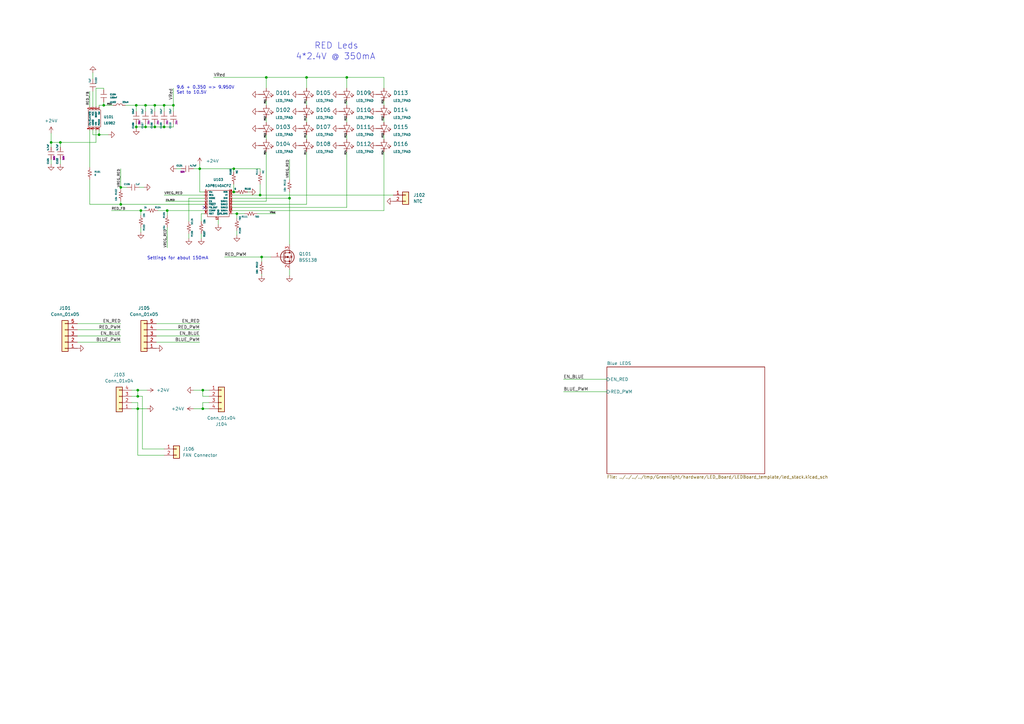
<source format=kicad_sch>
(kicad_sch (version 20230121) (generator eeschema)
  (paper "A3")
  (lib_symbols
    (symbol "ADP8140:ADP8140ACPZ"
      (property "Reference" "U" (at 0 6.985 0))
      (property "Value" "ADP8140ACPZ" (at 0 6.985 0))
      (symbol "ADP8140ACPZ_0_1"
        (rectangle (start -4.445 5.08) (end 4.445 -5.715) (stroke (width 0.1524)))
      )
      (symbol "ADP8140ACPZ_1_1"
        (pin power_in line (at -5.715 4.445 0) (length 1.27) (name "Vin") (number "1"))
        (pin power_out line (at 5.715 -3.175 180) (length 1.27) (name "SINK4") (number "10"))
        (pin power_out line (at 5.715 -1.905 180) (length 1.27) (name "SINK3") (number "11"))
        (pin power_out line (at 5.715 -0.635 180) (length 1.27) (name "SINK2") (number "12"))
        (pin power_out line (at 5.715 0.635 180) (length 1.27) (name "SINK1") (number "13"))
        (pin input line (at 5.715 1.905 180) (length 1.27) (name "DIM") (number "14"))
        (pin input line (at 5.715 3.175 180) (length 1.27) (name "VT") (number "15"))
        (pin input line (at 5.715 4.445 180) (length 1.27) (name "MIN") (number "16"))
        (pin power_in line (at 0 -6.985 90) (length 1.27) (name "EPAD") (number "17"))
        (pin power_out line (at -5.715 3.175 0) (length 1.27) (name "REG") (number "2"))
        (pin input line (at -5.715 1.905 0) (length 1.27) (name "MODE") (number "3"))
        (pin input line (at -5.715 0.635 0) (length 1.27) (name "EN") (number "4"))
        (pin output line (at -5.715 -0.635 0) (length 1.27) (name "~{FAULT}") (number "5"))
        (pin output line (at -5.715 -1.905 0) (length 1.27) (name "FB_OUT") (number "6"))
        (pin output line (at -5.715 -3.175 0) (length 1.27) (name "COMP") (number "7"))
        (pin input line (at -5.715 -4.445 0) (length 1.27) (name "ISET") (number "8"))
        (pin input line (at 5.715 -4.445 180) (length 1.27) (name "VO_SNS") (number "9"))
      )
    )
    (symbol "Connector_Generic:Conn_01x02" (pin_names (offset 1.016) hide)
      (property "Reference" "J" (at 0 2.54 0))
      (property "Value" "Conn_01x02" (at 0 -5.08 0))
      (symbol "Conn_01x02_1_1"
        (rectangle (start -1.27 -2.413) (end 0 -2.667) (stroke (width 0.1524)))
        (rectangle (start -1.27 0.127) (end 0 -0.127) (stroke (width 0.1524)))
        (rectangle (start -1.27 1.27) (end 1.27 -3.81) (stroke (width 0.254)) (fill (type background)))
        (pin passive line (at -5.08 0 0) (length 3.81) (name "Pin_1") (number "1"))
        (pin passive line (at -5.08 -2.54 0) (length 3.81) (name "Pin_2") (number "2"))
      )
    )
    (symbol "Connector_Generic:Conn_01x04" (pin_names (offset 1.016) hide)
      (property "Reference" "J" (at 0 5.08 0))
      (property "Value" "Conn_01x04" (at 0 -7.62 0))
      (symbol "Conn_01x04_1_1"
        (rectangle (start -1.27 -4.953) (end 0 -5.207) (stroke (width 0.1524)))
        (rectangle (start -1.27 -2.413) (end 0 -2.667) (stroke (width 0.1524)))
        (rectangle (start -1.27 0.127) (end 0 -0.127) (stroke (width 0.1524)))
        (rectangle (start -1.27 2.667) (end 0 2.413) (stroke (width 0.1524)))
        (rectangle (start -1.27 3.81) (end 1.27 -6.35) (stroke (width 0.254)) (fill (type background)))
        (pin passive line (at -5.08 2.54 0) (length 3.81) (name "Pin_1") (number "1"))
        (pin passive line (at -5.08 0 0) (length 3.81) (name "Pin_2") (number "2"))
        (pin passive line (at -5.08 -2.54 0) (length 3.81) (name "Pin_3") (number "3"))
        (pin passive line (at -5.08 -5.08 0) (length 3.81) (name "Pin_4") (number "4"))
      )
    )
    (symbol "Connector_Generic:Conn_01x05" (pin_names (offset 1.016) hide)
      (property "Reference" "J" (at 0 7.62 0))
      (property "Value" "Conn_01x05" (at 0 -7.62 0))
      (symbol "Conn_01x05_1_1"
        (rectangle (start -1.27 -4.953) (end 0 -5.207) (stroke (width 0.1524)))
        (rectangle (start -1.27 -2.413) (end 0 -2.667) (stroke (width 0.1524)))
        (rectangle (start -1.27 0.127) (end 0 -0.127) (stroke (width 0.1524)))
        (rectangle (start -1.27 2.667) (end 0 2.413) (stroke (width 0.1524)))
        (rectangle (start -1.27 5.207) (end 0 4.953) (stroke (width 0.1524)))
        (rectangle (start -1.27 6.35) (end 1.27 -6.35) (stroke (width 0.254)) (fill (type background)))
        (pin passive line (at -5.08 5.08 0) (length 3.81) (name "Pin_1") (number "1"))
        (pin passive line (at -5.08 2.54 0) (length 3.81) (name "Pin_2") (number "2"))
        (pin passive line (at -5.08 0 0) (length 3.81) (name "Pin_3") (number "3"))
        (pin passive line (at -5.08 -2.54 0) (length 3.81) (name "Pin_4") (number "4"))
        (pin passive line (at -5.08 -5.08 0) (length 3.81) (name "Pin_5") (number "5"))
      )
    )
    (symbol "L6982NDR:L6982"
      (property "Reference" "U" (at 0 4.445 0))
      (property "Value" "L6982" (at 0 4.445 0))
      (symbol "L6982_0_1"
        (rectangle (start -3.81 2.54) (end 3.175 -2.54) (stroke (width 0.1524)))
      )
      (symbol "L6982_1_1"
        (pin output line (at -5.08 1.905 0) (length 1.27) (name "SW") (number "1"))
        (pin input line (at -5.08 0.635 0) (length 1.27) (name "BOOT") (number "2"))
        (pin power_out line (at -5.08 -0.635 0) (length 1.27) (name "VCC") (number "3"))
        (pin input line (at -5.08 -1.905 0) (length 1.27) (name "FB") (number "4"))
        (pin input line (at 4.445 -1.905 180) (length 1.27) (name "EN/CLKIN") (number "5"))
        (pin power_in line (at 4.445 -0.635 180) (length 1.27) (name "AGND") (number "6"))
        (pin power_in line (at 4.445 0.635 180) (length 1.27) (name "VIN") (number "7"))
        (pin power_in line (at 4.445 1.905 180) (length 1.27) (name "PGND") (number "8"))
      )
    )
    (symbol "NMOS:BSS138" (pin_names (offset 0) hide)
      (property "Reference" "Q" (at 5.08 1.905 0))
      (property "Value" "BSS138" (at 5.08 0 0))
      (symbol "BSS138_0_1"
        (polyline (pts (xy 0.762 -1.778) (xy 2.54 -1.778)))
        (polyline (pts (xy 0.762 -1.27) (xy 0.762 -2.286)) (stroke (width 0.254)))
        (polyline (pts (xy 0.762 0) (xy 2.54 0)))
        (polyline (pts (xy 0.762 0.508) (xy 0.762 -0.508)) (stroke (width 0.254)))
        (polyline (pts (xy 0.762 1.778) (xy 2.54 1.778)))
        (polyline (pts (xy 0.762 2.286) (xy 0.762 1.27)) (stroke (width 0.254)))
        (polyline (pts (xy 2.54 -1.778) (xy 2.54 -2.54)))
        (polyline (pts (xy 2.54 -1.778) (xy 2.54 0)))
        (polyline (pts (xy 2.54 2.54) (xy 2.54 1.778)))
        (polyline (pts (xy 0.254 1.905) (xy 0.254 -1.905) (xy 0.254 -1.905)) (stroke (width 0.254)))
        (polyline (pts (xy 1.016 0) (xy 2.032 0.381) (xy 2.032 -0.381) (xy 1.016 0)) (fill (type outline)))
        (polyline (pts (xy 2.54 -1.778) (xy 3.302 -1.778) (xy 3.302 1.778) (xy 2.54 1.778)))
        (polyline (pts (xy 2.794 0.508) (xy 2.921 0.381) (xy 3.683 0.381) (xy 3.81 0.254)))
        (polyline (pts (xy 3.302 0.381) (xy 2.921 -0.254) (xy 3.683 -0.254) (xy 3.302 0.381)))
        (circle (center 1.651 0) (radius 2.8194) (stroke (width 0.254)))
        (circle (center 2.54 -1.778) (radius 0.2794) (fill (type outline)))
        (circle (center 2.54 1.778) (radius 0.2794) (fill (type outline)))
      )
      (symbol "BSS138_1_1"
        (pin input line (at -5.08 0 0) (length 5.334) (name "G") (number "1"))
        (pin passive line (at 2.54 -5.08 90) (length 2.54) (name "S") (number "2"))
        (pin passive line (at 2.54 5.08 270) (length 2.54) (name "D") (number "3"))
      )
    )
    (symbol "passives:CAP_0603" (pin_numbers hide) (pin_names (offset 0) hide)
      (property "Reference" "C" (at 0 -2.54 0))
      (property "Value" "CAP_0603" (at 0 1.905 0))
      (symbol "CAP_0603_0_1"
        (polyline (pts (xy -1.27 0) (xy -0.635 0)))
        (polyline (pts (xy -0.635 -1.27) (xy -0.635 1.27)))
        (polyline (pts (xy 0.635 -1.27) (xy 0.635 -0.635)))
        (polyline (pts (xy 0.635 0.635) (xy 0.635 -0.635)))
        (polyline (pts (xy 0.635 1.27) (xy 0.635 0.635)))
        (polyline (pts (xy 1.27 0) (xy 0.635 0)))
      )
      (symbol "CAP_0603_1_1"
        (pin passive line (at -2.54 0 0) (length 1.27) (name "~") (number "1"))
        (pin passive line (at 2.54 0 180) (length 1.27) (name "~") (number "2"))
      )
    )
    (symbol "passives:CAP_0805" (pin_numbers hide) (pin_names (offset 0) hide)
      (property "Reference" "C" (at 0 -2.54 0))
      (property "Value" "CAP_0805" (at 0 1.905 0))
      (symbol "CAP_0805_0_1"
        (polyline (pts (xy -1.27 0) (xy -0.635 0)))
        (polyline (pts (xy -0.635 -1.27) (xy -0.635 1.27)))
        (polyline (pts (xy 0.635 -1.27) (xy 0.635 -0.635)))
        (polyline (pts (xy 0.635 0.635) (xy 0.635 -0.635)))
        (polyline (pts (xy 0.635 1.27) (xy 0.635 0.635)))
        (polyline (pts (xy 1.27 0) (xy 0.635 0)))
      )
      (symbol "CAP_0805_1_1"
        (pin passive line (at -2.54 0 0) (length 1.27) (name "~") (number "1"))
        (pin passive line (at 2.54 0 180) (length 1.27) (name "~") (number "2"))
      )
    )
    (symbol "passives:CAP_1206" (pin_numbers hide) (pin_names (offset 0) hide)
      (property "Reference" "C" (at 0 -2.54 0))
      (property "Value" "CAP_1206" (at 0 1.905 0))
      (symbol "CAP_1206_0_1"
        (polyline (pts (xy -1.27 0) (xy -0.635 0)))
        (polyline (pts (xy -0.635 -1.27) (xy -0.635 1.27)))
        (polyline (pts (xy 0.635 -1.27) (xy 0.635 -0.635)))
        (polyline (pts (xy 0.635 0.635) (xy 0.635 -0.635)))
        (polyline (pts (xy 0.635 1.27) (xy 0.635 0.635)))
        (polyline (pts (xy 1.27 0) (xy 0.635 0)))
      )
      (symbol "CAP_1206_1_1"
        (pin passive line (at -2.54 0 0) (length 1.27) (name "~") (number "1"))
        (pin passive line (at 2.54 0 180) (length 1.27) (name "~") (number "2"))
      )
    )
    (symbol "passives:IND_SMALL" (pin_numbers hide) (pin_names (offset 0) hide)
      (property "Reference" "U" (at 0 0 0))
      (property "Value" "IND_SMALL" (at 0 0 0))
      (symbol "IND_SMALL_0_1"
        (arc (start 0 0) (mid -0.635 0.6323) (end -1.27 0))
        (arc (start 1.27 0) (mid 0.635 0.6323) (end 0 0))
      )
      (symbol "IND_SMALL_1_1"
        (pin passive line (at -2.54 0 0) (length 1.27) (name "~") (number "1"))
        (pin passive line (at 2.54 0 180) (length 1.27) (name "~") (number "2"))
      )
    )
    (symbol "passives:LED_TPAD" (pin_numbers hide) (pin_names (offset 0) hide)
      (property "Reference" "D" (at 8.255 0 0))
      (property "Value" "LED_TPAD" (at 0 4.445 0))
      (symbol "LED_TPAD_0_1"
        (polyline (pts (xy 0 1.27) (xy 1.016 2.286)))
        (polyline (pts (xy 0.508 2.794) (xy 0 2.794)))
        (polyline (pts (xy 1.016 2.286) (xy 0.508 2.286)))
        (polyline (pts (xy 1.016 2.286) (xy 1.016 1.778)))
        (polyline (pts (xy 1.27 0) (xy 1.27 -1.27)))
        (polyline (pts (xy 1.27 0) (xy 1.27 1.27)))
        (polyline (pts (xy -0.508 1.778) (xy 0.508 2.794) (xy 0.508 2.286)))
        (polyline (pts (xy -1.27 0) (xy -1.27 1.27) (xy 1.27 0) (xy -1.27 -1.27) (xy -1.27 0)))
      )
      (symbol "LED_TPAD_1_1"
        (pin input line (at -2.54 0 0) (length 1.27) (name "A") (number "A"))
        (pin input line (at 2.54 0 180) (length 1.27) (name "K") (number "K"))
        (pin passive line (at 0 -3.175 90) (length 2.54) (name "PAD") (number "N"))
      )
    )
    (symbol "passives:RES_0603" (pin_numbers hide) (pin_names (offset 0) hide)
      (property "Reference" "R" (at 0 -2.54 0))
      (property "Value" "RES_0603" (at 0 1.27 0))
      (symbol "RES_0603_0_1"
        (polyline (pts (xy -1.27 0) (xy -1.016 0.762) (xy -0.508 -0.762) (xy 0 0.762) (xy 0.508 -0.762) (xy 1.016 0.762) (xy 1.27 0)))
      )
      (symbol "RES_0603_1_1"
        (pin input line (at -2.54 0 0) (length 1.27) (name "1") (number "1"))
        (pin input line (at 2.54 0 180) (length 1.27) (name "2") (number "2"))
      )
    )
    (symbol "power:+24V" (power) (pin_names (offset 0))
      (property "Value" "+24V" (at 0 3.556 0))
      (symbol "+24V_0_1"
        (polyline (pts (xy -0.762 1.27) (xy 0 2.54)))
        (polyline (pts (xy 0 0) (xy 0 2.54)))
        (polyline (pts (xy 0 2.54) (xy 0.762 1.27)))
      )
      (symbol "+24V_1_1"
        (pin power_in line (at 0 0 90) (length 0) hide (name "+24V") (number "1"))
      )
    )
    (symbol "power:GND" (power) (pin_names (offset 0))
      (property "Value" "GND" (at 0 -3.81 0))
      (symbol "GND_0_1"
        (polyline (pts (xy 0 0) (xy 0 -1.27) (xy 1.27 -1.27) (xy 0 -2.54) (xy -1.27 -1.27) (xy 0 -1.27)))
      )
      (symbol "GND_1_1"
        (pin power_in line (at 0 0 270) (length 0) hide (name "GND") (number "1"))
      )
    )
  )
  (junction (at 107.315 105.41))
  (junction (at 109.22 31.75))
  (junction (at 68.58 86.36))
  (junction (at 142.24 31.75))
  (junction (at 49.53 76.835))
  (junction (at 106.68 80.01))
  (junction (at 97.155 87.63))
  (junction (at 40.64 55.245))
  (junction (at 55.88 52.07))
  (junction (at 83.185 160.02))
  (junction (at 24.765 58.42))
  (junction (at 59.69 43.18))
  (junction (at 20.955 58.42))
  (junction (at 71.12 43.18))
  (junction (at 56.515 160.02))
  (junction (at 67.31 43.18))
  (junction (at 95.885 78.74))
  (junction (at 67.31 52.07))
  (junction (at 55.88 43.18))
  (junction (at 125.73 31.75))
  (junction (at 59.69 52.07))
  (junction (at 56.515 167.64))
  (junction (at 95.885 69.215))
  (junction (at 56.515 162.56))
  (junction (at 63.5 52.07))
  (junction (at 83.185 167.64))
  (junction (at 81.915 69.215))
  (junction (at 42.545 43.18))
  (junction (at 57.785 86.36))
  (junction (at 63.5 43.18))
  (junction (at 118.745 81.28))
  (junction (at 49.53 83.82))
  (no_connect (at 83.82 85.09))
  (wire (pts (xy 71.12 50.8) (xy 71.12 52.07)))
  (wire (pts (xy 63.5 43.18) (xy 63.5 45.72)))
  (wire (pts (xy 56.515 160.02) (xy 56.515 162.56)))
  (wire (pts (xy 31.75 137.795) (xy 49.53 137.795)))
  (wire (pts (xy 49.53 76.835) (xy 49.53 77.47)))
  (wire (pts (xy 101.6 78.74) (xy 102.235 78.74)))
  (wire (pts (xy 71.12 43.18) (xy 67.31 43.18)))
  (wire (pts (xy 81.915 78.74) (xy 81.915 69.215)))
  (wire (pts (xy 125.73 48.26) (xy 125.73 50.165)))
  (wire (pts (xy 59.69 50.8) (xy 59.69 52.07)))
  (wire (pts (xy 68.58 86.36) (xy 68.58 88.265)))
  (wire (pts (xy 109.22 82.55) (xy 109.22 62.23)))
  (wire (pts (xy 67.31 52.07) (xy 71.12 52.07)))
  (wire (pts (xy 56.515 160.02) (xy 60.325 160.02)))
  (wire (pts (xy 56.515 165.1) (xy 56.515 167.64)))
  (wire (pts (xy 83.185 162.56) (xy 83.185 160.02)))
  (wire (pts (xy 248.92 155.575) (xy 231.14 155.575)))
  (wire (pts (xy 42.545 41.91) (xy 42.545 43.18)))
  (wire (pts (xy 55.88 43.18) (xy 55.88 45.72)))
  (wire (pts (xy 83.185 167.64) (xy 83.185 165.1)))
  (wire (pts (xy 142.24 31.75) (xy 125.73 31.75)))
  (wire (pts (xy 58.42 184.15) (xy 67.31 184.15)))
  (wire (pts (xy 95.25 80.01) (xy 106.68 80.01)))
  (wire (pts (xy 56.515 167.64) (xy 56.515 186.69)))
  (wire (pts (xy 157.48 86.36) (xy 157.48 62.23)))
  (wire (pts (xy 53.975 167.64) (xy 56.515 167.64)))
  (wire (pts (xy 85.725 167.64) (xy 83.185 167.64)))
  (wire (pts (xy 71.12 45.72) (xy 71.12 43.18)))
  (wire (pts (xy 49.53 69.215) (xy 49.53 76.835)))
  (wire (pts (xy 53.975 160.02) (xy 56.515 160.02)))
  (wire (pts (xy 157.48 48.26) (xy 157.48 50.165)))
  (wire (pts (xy 24.765 58.42) (xy 20.955 58.42)))
  (wire (pts (xy 57.785 86.36) (xy 57.785 88.265)))
  (wire (pts (xy 95.25 82.55) (xy 109.22 82.55)))
  (wire (pts (xy 38.1 53.34) (xy 38.1 55.245)))
  (wire (pts (xy 248.92 160.655) (xy 231.14 160.655)))
  (wire (pts (xy 97.155 87.63) (xy 97.155 89.535)))
  (wire (pts (xy 82.55 95.885) (xy 82.55 97.79)))
  (wire (pts (xy 64.135 137.795) (xy 81.915 137.795)))
  (wire (pts (xy 51.435 43.18) (xy 55.88 43.18)))
  (wire (pts (xy 49.53 82.55) (xy 49.53 83.82)))
  (wire (pts (xy 95.25 81.28) (xy 118.745 81.28)))
  (wire (pts (xy 83.82 78.74) (xy 81.915 78.74)))
  (wire (pts (xy 40.64 43.815) (xy 40.64 43.18)))
  (wire (pts (xy 97.155 87.63) (xy 100.33 87.63)))
  (wire (pts (xy 106.68 75.565) (xy 106.68 80.01)))
  (wire (pts (xy 57.785 93.345) (xy 57.785 95.25)))
  (wire (pts (xy 39.37 36.195) (xy 42.545 36.195)))
  (wire (pts (xy 142.24 31.75) (xy 142.24 36.195)))
  (wire (pts (xy 142.24 55.245) (xy 142.24 57.15)))
  (wire (pts (xy 58.42 162.56) (xy 58.42 184.15)))
  (wire (pts (xy 125.73 55.245) (xy 125.73 57.15)))
  (wire (pts (xy 74.295 69.215) (xy 72.39 69.215)))
  (wire (pts (xy 81.915 69.215) (xy 95.885 69.215)))
  (wire (pts (xy 40.64 43.18) (xy 42.545 43.18)))
  (wire (pts (xy 106.68 69.215) (xy 95.885 69.215)))
  (wire (pts (xy 68.58 86.36) (xy 83.82 86.36)))
  (wire (pts (xy 63.5 52.07) (xy 67.31 52.07)))
  (wire (pts (xy 107.315 105.41) (xy 107.315 107.315)))
  (wire (pts (xy 38.1 37.465) (xy 38.1 43.815)))
  (wire (pts (xy 125.73 41.275) (xy 125.73 43.18)))
  (wire (pts (xy 157.48 31.75) (xy 142.24 31.75)))
  (wire (pts (xy 125.73 31.75) (xy 125.73 36.195)))
  (wire (pts (xy 63.5 50.8) (xy 63.5 52.07)))
  (wire (pts (xy 95.885 69.215) (xy 95.885 70.485)))
  (wire (pts (xy 20.955 54.61) (xy 20.955 58.42)))
  (wire (pts (xy 63.5 43.18) (xy 59.69 43.18)))
  (wire (pts (xy 24.765 58.42) (xy 24.765 60.325)))
  (wire (pts (xy 67.31 50.8) (xy 67.31 52.07)))
  (wire (pts (xy 31.75 140.335) (xy 49.53 140.335)))
  (wire (pts (xy 40.64 55.245) (xy 44.45 55.245)))
  (wire (pts (xy 45.72 86.36) (xy 57.785 86.36)))
  (wire (pts (xy 107.315 112.395) (xy 107.315 113.03)))
  (wire (pts (xy 142.24 41.275) (xy 142.24 43.18)))
  (wire (pts (xy 56.515 186.69) (xy 67.31 186.69)))
  (wire (pts (xy 40.64 53.34) (xy 40.64 55.245)))
  (wire (pts (xy 95.25 86.36) (xy 157.48 86.36)))
  (wire (pts (xy 38.1 55.245) (xy 40.64 55.245)))
  (wire (pts (xy 53.975 162.56) (xy 56.515 162.56)))
  (wire (pts (xy 85.725 165.1) (xy 83.185 165.1)))
  (wire (pts (xy 67.31 43.18) (xy 67.31 45.72)))
  (wire (pts (xy 89.535 90.17) (xy 89.535 92.075)))
  (wire (pts (xy 68.58 93.345) (xy 68.58 101.6)))
  (wire (pts (xy 157.48 41.275) (xy 157.48 43.18)))
  (wire (pts (xy 118.745 78.74) (xy 118.745 81.28)))
  (wire (pts (xy 59.69 52.07) (xy 63.5 52.07)))
  (wire (pts (xy 20.955 65.405) (xy 20.955 67.31)))
  (wire (pts (xy 157.48 55.245) (xy 157.48 57.15)))
  (wire (pts (xy 59.69 43.18) (xy 55.88 43.18)))
  (wire (pts (xy 106.68 70.485) (xy 106.68 69.215)))
  (wire (pts (xy 142.24 85.09) (xy 142.24 62.23)))
  (wire (pts (xy 67.31 80.01) (xy 83.82 80.01)))
  (wire (pts (xy 118.745 65.405) (xy 118.745 73.66)))
  (wire (pts (xy 55.88 50.8) (xy 55.88 52.07)))
  (wire (pts (xy 85.725 162.56) (xy 83.185 162.56)))
  (wire (pts (xy 95.25 85.09) (xy 142.24 85.09)))
  (wire (pts (xy 125.73 83.82) (xy 125.73 62.23)))
  (wire (pts (xy 83.185 160.02) (xy 79.375 160.02)))
  (wire (pts (xy 55.88 52.07) (xy 59.69 52.07)))
  (wire (pts (xy 39.37 43.815) (xy 39.37 36.195)))
  (wire (pts (xy 109.22 41.275) (xy 109.22 43.18)))
  (wire (pts (xy 39.37 53.34) (xy 39.37 58.42)))
  (wire (pts (xy 64.135 135.255) (xy 81.915 135.255)))
  (wire (pts (xy 118.745 81.28) (xy 118.745 100.33)))
  (wire (pts (xy 42.545 36.195) (xy 42.545 36.83)))
  (wire (pts (xy 106.68 80.01) (xy 161.29 80.01)))
  (wire (pts (xy 36.83 53.34) (xy 36.83 68.58)))
  (wire (pts (xy 36.83 37.465) (xy 36.83 43.815)))
  (wire (pts (xy 79.375 69.215) (xy 81.915 69.215)))
  (wire (pts (xy 49.53 76.835) (xy 52.07 76.835)))
  (wire (pts (xy 59.69 86.36) (xy 57.785 86.36)))
  (wire (pts (xy 67.945 82.55) (xy 83.82 82.55)))
  (wire (pts (xy 77.47 95.885) (xy 77.47 97.79)))
  (wire (pts (xy 109.22 48.26) (xy 109.22 50.165)))
  (wire (pts (xy 95.885 75.565) (xy 95.885 78.74)))
  (wire (pts (xy 157.48 36.195) (xy 157.48 31.75)))
  (wire (pts (xy 109.22 31.75) (xy 109.22 36.195)))
  (wire (pts (xy 71.12 36.195) (xy 71.12 43.18)))
  (wire (pts (xy 87.63 31.75) (xy 109.22 31.75)))
  (wire (pts (xy 24.765 65.405) (xy 24.765 67.31)))
  (wire (pts (xy 125.73 31.75) (xy 109.22 31.75)))
  (wire (pts (xy 56.515 162.56) (xy 58.42 162.56)))
  (wire (pts (xy 95.25 83.82) (xy 125.73 83.82)))
  (wire (pts (xy 92.075 105.41) (xy 107.315 105.41)))
  (wire (pts (xy 55.88 52.07) (xy 55.88 52.705)))
  (wire (pts (xy 42.545 43.18) (xy 46.355 43.18)))
  (wire (pts (xy 53.975 165.1) (xy 56.515 165.1)))
  (wire (pts (xy 36.83 83.82) (xy 49.53 83.82)))
  (wire (pts (xy 83.185 167.64) (xy 79.375 167.64)))
  (wire (pts (xy 64.135 140.335) (xy 81.915 140.335)))
  (wire (pts (xy 83.82 81.28) (xy 77.47 81.28)))
  (wire (pts (xy 95.25 87.63) (xy 97.155 87.63)))
  (wire (pts (xy 85.725 160.02) (xy 83.185 160.02)))
  (wire (pts (xy 97.155 94.615) (xy 97.155 96.52)))
  (wire (pts (xy 38.1 29.845) (xy 38.1 32.385)))
  (wire (pts (xy 77.47 81.28) (xy 77.47 90.805)))
  (wire (pts (xy 49.53 83.82) (xy 83.82 83.82)))
  (wire (pts (xy 95.25 78.74) (xy 95.885 78.74)))
  (wire (pts (xy 59.69 43.18) (xy 59.69 45.72)))
  (wire (pts (xy 81.915 67.31) (xy 81.915 69.215)))
  (wire (pts (xy 64.77 86.36) (xy 68.58 86.36)))
  (wire (pts (xy 31.75 135.255) (xy 49.53 135.255)))
  (wire (pts (xy 142.24 48.26) (xy 142.24 50.165)))
  (wire (pts (xy 36.83 73.66) (xy 36.83 83.82)))
  (wire (pts (xy 56.515 167.64) (xy 60.325 167.64)))
  (wire (pts (xy 118.745 110.49) (xy 118.745 113.03)))
  (wire (pts (xy 64.135 132.715) (xy 81.915 132.715)))
  (wire (pts (xy 39.37 58.42) (xy 24.765 58.42)))
  (wire (pts (xy 95.885 78.74) (xy 96.52 78.74)))
  (wire (pts (xy 20.955 58.42) (xy 20.955 60.325)))
  (wire (pts (xy 57.15 76.835) (xy 59.055 76.835)))
  (wire (pts (xy 83.82 87.63) (xy 82.55 87.63)))
  (wire (pts (xy 31.75 132.715) (xy 49.53 132.715)))
  (wire (pts (xy 107.315 105.41) (xy 111.125 105.41)))
  (wire (pts (xy 105.41 87.63) (xy 113.03 87.63)))
  (wire (pts (xy 109.22 55.245) (xy 109.22 57.15)))
  (wire (pts (xy 82.55 87.63) (xy 82.55 90.805)))
  (wire (pts (xy 67.31 43.18) (xy 63.5 43.18)))
  (text "9.6 + 0.350 => 9.950V\nSet to 10.5V" (at 72.39 38.735 0) (effects (font (size 1.27 1.27)) (justify left bottom)))
  (text "Settings for about 150mA" (at 60.325 106.68 0) (effects (font (size 1.27 1.27)) (justify left bottom)))
  (text "4*2.4V @ 350mA" (at 121.285 24.765 0) (effects (font (size 2.54 2.54)) (justify left bottom)))
  (text "RED Leds" (at 128.905 20.32 0) (effects (font (size 2.54 2.54)) (justify left bottom)))
  (label "VRed" (at 113.03 87.63 180) (effects (font (size 0.635 0.635))))
  (label "VRed" (at 87.63 31.75 0))
  (label "R34" (at 157.48 63.5 90) (effects (font (size 0.635 0.635))))
  (label "R31" (at 157.48 42.545 90) (effects (font (size 0.635 0.635))))
  (label "BLUE_PWM" (at 81.915 140.335 180))
  (label "R11" (at 125.73 42.545 90) (effects (font (size 0.635 0.635))))
  (label "VRed" (at 71.12 36.195 270))
  (label "EN_BLUE" (at 49.53 137.795 180))
  (label "RSW" (at 43.815 43.18 0) (effects (font (size 0.635 0.635))))
  (label "EN_RED" (at 49.53 132.715 180))
  (label "VREG_RED" (at 68.58 101.6 90) (effects (font (size 1 1))))
  (label "RED_FB" (at 36.83 37.465 270) (effects (font (size 1 1))))
  (label "R33" (at 157.48 56.515 90) (effects (font (size 0.635 0.635))))
  (label "R03" (at 109.22 56.515 90) (effects (font (size 0.635 0.635))))
  (label "R13" (at 125.73 56.515 90) (effects (font (size 0.635 0.635))))
  (label "BLUE_PWM" (at 231.14 160.655 0))
  (label "R01" (at 109.22 42.545 90) (effects (font (size 0.635 0.635))))
  (label "R32" (at 157.48 49.53 90) (effects (font (size 0.635 0.635))))
  (label "R04" (at 109.22 63.5 90) (effects (font (size 0.635 0.635))))
  (label "EN_BLUE" (at 231.14 155.575 0))
  (label "RED_PWM" (at 81.915 135.255 180))
  (label "VREG_RED" (at 49.53 69.215 270) (effects (font (size 1 1))))
  (label "VREG_RED" (at 118.745 65.405 270) (effects (font (size 1 1))))
  (label "R02" (at 109.22 49.53 90) (effects (font (size 0.635 0.635))))
  (label "EN_BLUE" (at 81.915 137.795 180))
  (label "RED_PWM" (at 92.075 105.41 0))
  (label "EN_RED" (at 67.945 82.55 0) (effects (font (size 0.635 0.635))))
  (label "EN_RED" (at 81.915 132.715 180))
  (label "R23" (at 142.24 56.515 90) (effects (font (size 0.635 0.635))))
  (label "R12" (at 125.73 49.53 90) (effects (font (size 0.635 0.635))))
  (label "VREG_RED" (at 67.31 80.01 0) (effects (font (size 1 1))))
  (label "R14" (at 125.73 63.5 90) (effects (font (size 0.635 0.635))))
  (label "RED_FB" (at 45.72 86.36 0) (effects (font (size 1 1))))
  (label "R21" (at 142.24 42.545 90) (effects (font (size 0.635 0.635))))
  (label "BLUE_PWM" (at 49.53 140.335 180))
  (label "R24" (at 142.24 63.5 90) (effects (font (size 0.635 0.635))))
  (label "RED_PWM" (at 49.53 135.255 180))
  (label "R22" (at 142.24 49.53 90) (effects (font (size 0.635 0.635))))
  (symbol (lib_id "power:GND") (at 89.535 92.075 0) (unit 1)
    (property "Reference" "#PWR0119" (effects hide))
    (property "Value" "GND" (effects hide))
  )
  (symbol (lib_id "passives:CAP_1206") (at 59.69 48.26 270) (unit 1)
    (property "Reference" "C107" (at 58.42 50.165 0) (effects (font (size 0.635 0.635)) (justify left)))
    (property "Value" "10uF" (at 58.42 44.45 0) (effects (font (size 0.635 0.635)) (justify left)))
    (property "Footprint" "SM1206" (effects hide))
    (property "Volt" "25V" (at 60.96 50.165 0) (effects (font (size 0.635 0.635))))
    (property "Vendor" "MOUSER" (effects hide))
    (property "SKU" "810-C3216X7R1H106160" (effects hide))
  )
  (symbol (lib_id "power:GND") (at 60.325 167.64 90) (unit 1)
    (property "Reference" "#PWR0171" (effects hide))
    (property "Value" "GND" (effects hide))
  )
  (symbol (lib_id "power:GND") (at 139.065 59.69 270) (unit 1)
    (property "Reference" "#PWR0110" (effects hide))
    (property "Value" "GND" (effects hide))
  )
  (symbol (lib_id "ADP8140:ADP8140ACPZ") (at 89.535 83.185 0) (unit 1)
    (property "Reference" "U103" (at 89.535 73.66 0) (effects (font (size 1 1))))
    (property "Value" "ADP8140ACPZ" (at 89.535 76.2 0) (effects (font (size 1 1))))
    (property "Footprint" "QFN:ADP8140_LFCSP16_4x4_0.4mm" (effects hide))
  )
  (symbol (lib_id "power:GND") (at 72.39 69.215 270) (unit 1)
    (property "Reference" "#PWR0168" (effects hide))
    (property "Value" "GND" (effects hide))
  )
  (symbol (lib_id "passives:LED_TPAD") (at 109.22 45.72 270) (unit 1)
    (property "Reference" "D102" (at 113.03 45.085 90) (effects (font (size 1.524 1.524)) (justify left)))
    (property "Value" "LED_TPAD" (at 113.03 48.2599 90) (effects (font (size 0.9906 0.9906)) (justify left)))
    (property "Footprint" "Cree:XLamp_MLE" (effects hide))
  )
  (symbol (lib_id "power:GND") (at 154.305 38.735 270) (unit 1)
    (property "Reference" "#PWR0106" (effects hide))
    (property "Value" "GND" (effects hide))
  )
  (symbol (lib_id "passives:RES_0603") (at 107.315 109.855 90) (unit 1)
    (property "Reference" "R112" (at 105.41 107.315 0) (effects (font (size 0.635 0.635)) (justify right)))
    (property "Value" "10k" (at 105.41 110.49 0) (effects (font (size 0.635 0.635)) (justify right)))
    (property "Footprint" "SM0603" (effects hide))
  )
  (symbol (lib_id "passives:LED_TPAD") (at 109.22 38.735 270) (unit 1)
    (property "Reference" "D101" (at 113.03 38.1 90) (effects (font (size 1.524 1.524)) (justify left)))
    (property "Value" "LED_TPAD" (at 113.03 41.2749 90) (effects (font (size 0.9906 0.9906)) (justify left)))
    (property "Footprint" "Cree:XLamp_MLE" (effects hide))
  )
  (symbol (lib_id "power:GND") (at 102.235 78.74 90) (unit 1)
    (property "Reference" "#PWR0123" (effects hide))
    (property "Value" "GND" (effects hide))
  )
  (symbol (lib_id "passives:RES_0603") (at 36.83 71.12 90) (unit 1)
    (property "Reference" "R101" (at 38.735 70.485 90) (effects (font (size 0.635 0.635)) (justify right)))
    (property "Value" "0" (at 38.735 71.755 90) (effects (font (size 0.635 0.635)) (justify right)))
    (property "Footprint" "SM0603" (effects hide))
  )
  (symbol (lib_id "power:GND") (at 122.555 52.705 270) (unit 1)
    (property "Reference" "#PWR0109" (effects hide))
    (property "Value" "GND" (effects hide))
  )
  (symbol (lib_id "passives:LED_TPAD") (at 157.48 59.69 270) (unit 1)
    (property "Reference" "D116" (at 161.29 59.055 90) (effects (font (size 1.524 1.524)) (justify left)))
    (property "Value" "LED_TPAD" (at 161.29 62.2299 90) (effects (font (size 0.9906 0.9906)) (justify left)))
    (property "Footprint" "Cree:XLamp_MLE" (effects hide))
  )
  (symbol (lib_id "power:GND") (at 77.47 97.79 0) (unit 1)
    (property "Reference" "#PWR0129" (effects hide))
    (property "Value" "GND" (effects hide))
  )
  (symbol (lib_id "power:GND") (at 24.765 67.31 0) (unit 1)
    (property "Reference" "#PWR0124" (effects hide))
    (property "Value" "GND" (effects hide))
  )
  (symbol (lib_id "Connector_Generic:Conn_01x05") (at 59.055 137.795 180) (unit 1)
    (property "Reference" "J105" (at 59.055 126.365 0))
    (property "Value" "Conn_01x05" (at 59.055 128.905 0))
    (property "Footprint" "Connector_JST:JST_XH_B5B-XH-A_1x05_P2.50mm_Vertical" (effects hide))
  )
  (symbol (lib_id "passives:LED_TPAD") (at 157.48 45.72 270) (unit 1)
    (property "Reference" "D114" (at 161.29 45.085 90) (effects (font (size 1.524 1.524)) (justify left)))
    (property "Value" "LED_TPAD" (at 161.29 48.2599 90) (effects (font (size 0.9906 0.9906)) (justify left)))
    (property "Footprint" "Cree:XLamp_MLE" (effects hide))
  )
  (symbol (lib_id "passives:LED_TPAD") (at 142.24 52.705 270) (unit 1)
    (property "Reference" "D111" (at 146.05 52.07 90) (effects (font (size 1.524 1.524)) (justify left)))
    (property "Value" "LED_TPAD" (at 146.05 55.2449 90) (effects (font (size 0.9906 0.9906)) (justify left)))
    (property "Footprint" "Cree:XLamp_MLE" (effects hide))
  )
  (symbol (lib_id "passives:RES_0603") (at 57.785 90.805 270) (unit 1)
    (property "Reference" "R103" (at 59.055 93.345 0) (effects (font (size 0.635 0.635))))
    (property "Value" "10k" (at 59.055 88.265 0) (effects (font (size 0.635 0.635))))
    (property "Footprint" "SM0603" (effects hide))
  )
  (symbol (lib_id "Connector_Generic:Conn_01x02") (at 72.39 184.15 0) (unit 1)
    (property "Reference" "J106" (at 74.93 184.1499 0) (effects (justify left)))
    (property "Value" "FAN Connector" (at 74.93 186.6899 0) (effects (justify left)))
    (property "Footprint" "Connector_JST:JST_XH_B2B-XH-A_1x02_P2.50mm_Vertical" (effects hide))
  )
  (symbol (lib_id "passives:CAP_0805") (at 54.61 76.835 0) (unit 1)
    (property "Reference" "C105" (at 52.07 75.565 0) (effects (font (size 0.635 0.635))))
    (property "Value" "1uF" (at 56.515 75.565 0) (effects (font (size 0.635 0.635))))
    (property "Footprint" "SM0805" (effects hide))
  )
  (symbol (lib_id "passives:CAP_1206") (at 55.88 48.26 270) (unit 1)
    (property "Reference" "C106" (at 54.61 50.165 0) (effects (font (size 0.635 0.635)) (justify left)))
    (property "Value" "10uF" (at 54.61 44.45 0) (effects (font (size 0.635 0.635)) (justify left)))
    (property "Footprint" "SM1206" (effects hide))
    (property "Volt" "25V" (at 57.15 50.165 0) (effects (font (size 0.635 0.635))))
    (property "Vendor" "MOUSER" (effects hide))
    (property "SKU" "810-C3216X7R1H106160" (effects hide))
  )
  (symbol (lib_id "passives:LED_TPAD") (at 125.73 59.69 270) (unit 1)
    (property "Reference" "D108" (at 129.54 59.055 90) (effects (font (size 1.524 1.524)) (justify left)))
    (property "Value" "LED_TPAD" (at 129.54 62.2299 90) (effects (font (size 0.9906 0.9906)) (justify left)))
    (property "Footprint" "Cree:XLamp_MLE" (effects hide))
  )
  (symbol (lib_id "power:+24V") (at 20.955 54.61 0) (unit 1)
    (property "Reference" "#PWR0126" (effects hide))
    (property "Value" "+24V" (at 20.955 49.53 0))
  )
  (symbol (lib_id "power:GND") (at 44.45 55.245 90) (unit 1)
    (property "Reference" "#PWR0118" (effects hide))
    (property "Value" "GND" (effects hide))
  )
  (symbol (lib_id "passives:LED_TPAD") (at 109.22 52.705 270) (unit 1)
    (property "Reference" "D103" (at 113.03 52.07 90) (effects (font (size 1.524 1.524)) (justify left)))
    (property "Value" "LED_TPAD" (at 113.03 55.2449 90) (effects (font (size 0.9906 0.9906)) (justify left)))
    (property "Footprint" "Cree:XLamp_MLE" (effects hide))
  )
  (symbol (lib_id "passives:CAP_0603") (at 42.545 39.37 90) (unit 1)
    (property "Reference" "C104" (at 45.085 38.735 90) (effects (font (size 0.635 0.635)) (justify right)))
    (property "Value" "100nF" (at 45.085 40.005 90) (effects (font (size 0.635 0.635)) (justify right)))
    (property "Footprint" "SM0603" (effects hide))
  )
  (symbol (lib_id "passives:RES_0603") (at 62.23 86.36 0) (unit 1)
    (property "Reference" "R104" (at 64.77 85.09 0) (effects (font (size 0.635 0.635))))
    (property "Value" "3k" (at 59.69 85.09 0) (effects (font (size 0.635 0.635))))
    (property "Footprint" "SM0603" (effects hide))
  )
  (symbol (lib_id "power:+24V") (at 79.375 167.64 90) (unit 1)
    (property "Reference" "#PWR0173" (effects hide))
    (property "Value" "+24V" (at 75.565 167.6401 90) (effects (justify left)))
  )
  (symbol (lib_id "Connector_Generic:Conn_01x04") (at 90.805 162.56 0) (unit 1)
    (property "Reference" "J104" (at 90.805 173.99 0))
    (property "Value" "Conn_01x04" (at 90.805 171.45 0))
    (property "Footprint" "Connectors_Molex:MICROFIT_4POS_FEM_43650-0403" (effects hide))
  )
  (symbol (lib_id "passives:RES_0603") (at 118.745 76.2 90) (unit 1)
    (property "Reference" "R113" (at 116.84 73.66 0) (effects (font (size 0.635 0.635)) (justify right)))
    (property "Value" "10k" (at 116.84 76.835 0) (effects (font (size 0.635 0.635)) (justify right)))
    (property "Footprint" "SM0603" (effects hide))
  )
  (symbol (lib_id "power:GND") (at 154.305 45.72 270) (unit 1)
    (property "Reference" "#PWR0105" (effects hide))
    (property "Value" "GND" (effects hide))
  )
  (symbol (lib_id "Connector_Generic:Conn_01x05") (at 26.67 137.795 180) (unit 1)
    (property "Reference" "J101" (at 26.67 126.365 0))
    (property "Value" "Conn_01x05" (at 26.67 128.905 0))
    (property "Footprint" "Connector_JST:JST_XH_B5B-XH-A_1x05_P2.50mm_Vertical" (effects hide))
  )
  (symbol (lib_id "passives:IND_SMALL") (at 48.895 43.18 0) (unit 1)
    (property "Reference" "U102" (at 46.355 41.91 0) (effects (font (size 0.635 0.635))))
    (property "Value" "22uH" (at 51.435 41.91 0) (effects (font (size 0.635 0.635))))
    (property "Footprint" "Bourns:IND_SRP8540A_8.1x8.4x3.8mm" (effects hide))
    (property "Vendor" "MOUSER" (effects hide))
    (property "SKU" "652-SRP8540A-220M" (effects hide))
  )
  (symbol (lib_id "power:+24V") (at 81.915 67.31 0) (unit 1)
    (property "Reference" "#PWR0167" (effects hide))
    (property "Value" "+24V" (at 84.455 66.0399 0) (effects (justify left)))
  )
  (symbol (lib_id "passives:CAP_1206") (at 24.765 62.865 270) (unit 1)
    (property "Reference" "C102" (at 23.495 64.77 0) (effects (font (size 0.635 0.635)) (justify left)))
    (property "Value" "4.7uF" (at 23.495 59.055 0) (effects (font (size 0.635 0.635)) (justify left)))
    (property "Footprint" "SM1206" (effects hide))
    (property "Volt" "50V" (at 26.035 64.77 0) (effects (font (size 0.635 0.635))))
  )
  (symbol (lib_id "passives:LED_TPAD") (at 142.24 38.735 270) (unit 1)
    (property "Reference" "D109" (at 146.05 38.1 90) (effects (font (size 1.524 1.524)) (justify left)))
    (property "Value" "LED_TPAD" (at 146.05 41.2749 90) (effects (font (size 0.9906 0.9906)) (justify left)))
    (property "Footprint" "Cree:XLamp_MLE" (effects hide))
  )
  (symbol (lib_id "power:GND") (at 106.045 38.735 270) (unit 1)
    (property "Reference" "#PWR0115" (effects hide))
    (property "Value" "GND" (effects hide))
  )
  (symbol (lib_id "passives:CAP_1206") (at 67.31 48.26 270) (unit 1)
    (property "Reference" "C109" (at 66.04 50.165 0) (effects (font (size 0.635 0.635)) (justify left)))
    (property "Value" "10uF" (at 66.04 44.45 0) (effects (font (size 0.635 0.635)) (justify left)))
    (property "Footprint" "SM1206" (effects hide))
    (property "Volt" "25V" (at 68.58 50.165 0) (effects (font (size 0.635 0.635))))
    (property "Vendor" "MOUSER" (effects hide))
    (property "SKU" "810-C3216X7R1H106160" (effects hide))
  )
  (symbol (lib_id "passives:CAP_1206") (at 20.955 62.865 270) (unit 1)
    (property "Reference" "C101" (at 19.685 64.77 0) (effects (font (size 0.635 0.635)) (justify left)))
    (property "Value" "4.7uF" (at 19.685 59.055 0) (effects (font (size 0.635 0.635)) (justify left)))
    (property "Footprint" "SM1206" (effects hide))
    (property "Volt" "50V" (at 22.225 64.77 0) (effects (font (size 0.635 0.635))))
  )
  (symbol (lib_id "passives:RES_0603") (at 49.53 80.01 90) (unit 1)
    (property "Reference" "R102" (at 47.625 77.47 0) (effects (font (size 0.635 0.635)) (justify right)))
    (property "Value" "10k" (at 47.625 80.645 0) (effects (font (size 0.635 0.635)) (justify right)))
    (property "Footprint" "SM0603" (effects hide))
  )
  (symbol (lib_id "power:GND") (at 106.045 59.69 270) (unit 1)
    (property "Reference" "#PWR0113" (effects hide))
    (property "Value" "GND" (effects hide))
  )
  (symbol (lib_id "passives:LED_TPAD") (at 125.73 38.735 270) (unit 1)
    (property "Reference" "D105" (at 129.54 38.1 90) (effects (font (size 1.524 1.524)) (justify left)))
    (property "Value" "LED_TPAD" (at 129.54 41.2749 90) (effects (font (size 0.9906 0.9906)) (justify left)))
    (property "Footprint" "Cree:XLamp_MLE" (effects hide))
  )
  (symbol (lib_id "passives:LED_TPAD") (at 157.48 52.705 270) (unit 1)
    (property "Reference" "D115" (at 161.29 52.07 90) (effects (font (size 1.524 1.524)) (justify left)))
    (property "Value" "LED_TPAD" (at 161.29 55.2449 90) (effects (font (size 0.9906 0.9906)) (justify left)))
    (property "Footprint" "Cree:XLamp_MLE" (effects hide))
  )
  (symbol (lib_id "passives:RES_0603") (at 106.68 73.025 90) (unit 1)
    (property "Reference" "R114" (at 105.41 70.485 0) (effects (font (size 0.635 0.635))))
    (property "Value" "NC" (at 107.95 70.485 0) (effects (font (size 0.635 0.635))))
    (property "Footprint" "SM0603" (effects hide))
  )
  (symbol (lib_id "power:GND") (at 79.375 160.02 270) (unit 1)
    (property "Reference" "#PWR0172" (effects hide))
    (property "Value" "GND" (effects hide))
  )
  (symbol (lib_id "passives:RES_0603") (at 102.87 87.63 180) (unit 1)
    (property "Reference" "R111" (at 100.33 88.9 0) (effects (font (size 0.635 0.635))))
    (property "Value" "TBD" (at 105.41 88.9 0) (effects (font (size 0.635 0.635))))
    (property "Footprint" "SM0603" (effects hide))
  )
  (symbol (lib_id "power:GND") (at 161.29 82.55 270) (unit 1)
    (property "Reference" "#PWR0132" (effects hide))
    (property "Value" "GND" (effects hide))
  )
  (symbol (lib_id "passives:RES_0603") (at 77.47 93.345 270) (unit 1)
    (property "Reference" "R106" (at 78.74 95.885 0) (effects (font (size 0.635 0.635))))
    (property "Value" "52.3k" (at 78.74 90.805 0) (effects (font (size 0.635 0.635))))
    (property "Footprint" "SM0603" (effects hide))
  )
  (symbol (lib_id "L6982NDR:L6982") (at 38.735 48.895 270) (unit 1)
    (property "Reference" "U101" (at 42.545 47.9425 90) (effects (font (size 1 1)) (justify left)))
    (property "Value" "L6982" (at 42.545 50.4825 90) (effects (font (size 1 1)) (justify left)))
    (property "Footprint" "SOIC:SOIC-8_208mil" (effects hide))
  )
  (symbol (lib_id "power:GND") (at 97.155 96.52 0) (unit 1)
    (property "Reference" "#PWR0122" (effects hide))
    (property "Value" "GND" (effects hide))
  )
  (symbol (lib_id "power:GND") (at 59.055 76.835 90) (unit 1)
    (property "Reference" "#PWR0131" (effects hide))
    (property "Value" "GND" (effects hide))
  )
  (symbol (lib_id "passives:CAP_1206") (at 71.12 48.26 270) (unit 1)
    (property "Reference" "C110" (at 69.85 50.165 0) (effects (font (size 0.635 0.635)) (justify left)))
    (property "Value" "10uF" (at 69.85 44.45 0) (effects (font (size 0.635 0.635)) (justify left)))
    (property "Footprint" "SM1206" (effects hide))
    (property "Volt" "25V" (at 72.39 50.165 0) (effects (font (size 0.635 0.635))))
    (property "Vendor" "MOUSER" (effects hide))
    (property "SKU" "810-C3216X7R1H106160" (effects hide))
  )
  (symbol (lib_id "power:GND") (at 82.55 97.79 0) (unit 1)
    (property "Reference" "#PWR0128" (effects hide))
    (property "Value" "GND" (effects hide))
  )
  (symbol (lib_id "power:GND") (at 107.315 113.03 0) (unit 1)
    (property "Reference" "#PWR0120" (effects hide))
    (property "Value" "GND" (effects hide))
  )
  (symbol (lib_id "power:GND") (at 20.955 67.31 0) (unit 1)
    (property "Reference" "#PWR0125" (effects hide))
    (property "Value" "GND" (effects hide))
  )
  (symbol (lib_id "power:GND") (at 106.045 45.72 270) (unit 1)
    (property "Reference" "#PWR0116" (effects hide))
    (property "Value" "GND" (effects hide))
  )
  (symbol (lib_id "power:+24V") (at 60.325 160.02 270) (unit 1)
    (property "Reference" "#PWR0133" (effects hide))
    (property "Value" "+24V" (at 64.135 160.0199 90) (effects (justify left)))
  )
  (symbol (lib_id "power:GND") (at 106.045 52.705 270) (unit 1)
    (property "Reference" "#PWR0114" (effects hide))
    (property "Value" "GND" (effects hide))
  )
  (symbol (lib_id "power:GND") (at 139.065 52.705 270) (unit 1)
    (property "Reference" "#PWR0111" (effects hide))
    (property "Value" "GND" (effects hide))
  )
  (symbol (lib_id "passives:RES_0603") (at 97.155 92.075 270) (unit 1)
    (property "Reference" "R109" (at 98.425 94.615 0) (effects (font (size 0.635 0.635))))
    (property "Value" "TBD" (at 98.425 89.535 0) (effects (font (size 0.635 0.635))))
    (property "Footprint" "SM0603" (effects hide))
  )
  (symbol (lib_id "passives:LED_TPAD") (at 142.24 45.72 270) (unit 1)
    (property "Reference" "D110" (at 146.05 45.085 90) (effects (font (size 1.524 1.524)) (justify left)))
    (property "Value" "LED_TPAD" (at 146.05 48.2599 90) (effects (font (size 0.9906 0.9906)) (justify left)))
    (property "Footprint" "Cree:XLamp_MLE" (effects hide))
  )
  (symbol (lib_id "Connector_Generic:Conn_01x02") (at 166.37 80.01 0) (unit 1)
    (property "Reference" "J102" (at 169.545 80.0099 0) (effects (justify left)))
    (property "Value" "NTC" (at 169.545 82.5499 0) (effects (justify left)))
    (property "Footprint" "Connector_JST:JST_XH_B2B-XH-A_1x02_P2.50mm_Vertical" (effects hide))
  )
  (symbol (lib_id "passives:RES_0603") (at 95.885 73.025 90) (unit 1)
    (property "Reference" "R108" (at 94.615 70.485 0) (effects (font (size 0.635 0.635))))
    (property "Value" "NC" (at 97.155 70.485 0) (effects (font (size 0.635 0.635))))
    (property "Footprint" "SM0603" (effects hide))
  )
  (symbol (lib_id "power:GND") (at 139.065 45.72 270) (unit 1)
    (property "Reference" "#PWR0103" (effects hide))
    (property "Value" "GND" (effects hide))
  )
  (symbol (lib_id "passives:CAP_1206") (at 63.5 48.26 270) (unit 1)
    (property "Reference" "C108" (at 62.23 50.165 0) (effects (font (size 0.635 0.635)) (justify left)))
    (property "Value" "10uF" (at 62.23 44.45 0) (effects (font (size 0.635 0.635)) (justify left)))
    (property "Footprint" "SM1206" (effects hide))
    (property "Volt" "25V" (at 64.77 50.165 0) (effects (font (size 0.635 0.635))))
    (property "Vendor" "MOUSER" (effects hide))
    (property "SKU" "810-C3216X7R1H106160" (effects hide))
  )
  (symbol (lib_id "power:GND") (at 122.555 38.735 270) (unit 1)
    (property "Reference" "#PWR0107" (effects hide))
    (property "Value" "GND" (effects hide))
  )
  (symbol (lib_id "passives:LED_TPAD") (at 142.24 59.69 270) (unit 1)
    (property "Reference" "D112" (at 146.05 59.055 90) (effects (font (size 1.524 1.524)) (justify left)))
    (property "Value" "LED_TPAD" (at 146.05 62.2299 90) (effects (font (size 0.9906 0.9906)) (justify left)))
    (property "Footprint" "Cree:XLamp_MLE" (effects hide))
  )
  (symbol (lib_id "passives:LED_TPAD") (at 157.48 38.735 270) (unit 1)
    (property "Reference" "D113" (at 161.29 38.1 90) (effects (font (size 1.524 1.524)) (justify left)))
    (property "Value" "LED_TPAD" (at 161.29 41.2749 90) (effects (font (size 0.9906 0.9906)) (justify left)))
    (property "Footprint" "Cree:XLamp_MLE" (effects hide))
  )
  (symbol (lib_id "power:GND") (at 57.785 95.25 0) (unit 1)
    (property "Reference" "#PWR0130" (effects hide))
    (property "Value" "GND" (effects hide))
  )
  (symbol (lib_id "power:GND") (at 154.305 59.69 270) (unit 1)
    (property "Reference" "#PWR0102" (effects hide))
    (property "Value" "GND" (effects hide))
  )
  (symbol (lib_id "passives:CAP_0805") (at 38.1 34.925 90) (unit 1)
    (property "Reference" "C103" (at 39.37 33.02 0) (effects (font (size 0.635 0.635))))
    (property "Value" "1uF" (at 36.83 33.02 0) (effects (font (size 0.635 0.635))))
    (property "Footprint" "SM0805" (effects hide))
  )
  (symbol (lib_id "power:GND") (at 122.555 45.72 270) (unit 1)
    (property "Reference" "#PWR0108" (effects hide))
    (property "Value" "GND" (effects hide))
  )
  (symbol (lib_id "power:GND") (at 64.135 142.875 90) (unit 1)
    (property "Reference" "#PWR0174" (effects hide))
    (property "Value" "GND" (effects hide))
  )
  (symbol (lib_id "passives:RES_0603") (at 68.58 90.805 90) (unit 1)
    (property "Reference" "R105" (at 67.31 88.265 0) (effects (font (size 0.635 0.635))))
    (property "Value" "15k" (at 67.31 93.345 0) (effects (font (size 0.635 0.635))))
    (property "Footprint" "SM0603" (effects hide))
  )
  (symbol (lib_id "passives:CAP_1206") (at 76.835 69.215 180) (unit 1)
    (property "Reference" "C121" (at 74.93 67.945 0) (effects (font (size 0.635 0.635)) (justify left)))
    (property "Value" "4.7uF" (at 80.645 67.945 0) (effects (font (size 0.635 0.635)) (justify left)))
    (property "Footprint" "SM1206" (effects hide))
    (property "Volt" "50V" (at 74.93 70.485 0) (effects (font (size 0.635 0.635))))
  )
  (symbol (lib_id "power:GND") (at 38.1 29.845 180) (unit 1)
    (property "Reference" "#PWR0127" (effects hide))
    (property "Value" "GND" (effects hide))
  )
  (symbol (lib_id "power:GND") (at 31.75 142.875 90) (unit 1)
    (property "Reference" "#PWR0134" (effects hide))
    (property "Value" "GND" (effects hide))
  )
  (symbol (lib_id "power:GND") (at 154.305 52.705 270) (unit 1)
    (property "Reference" "#PWR0101" (effects hide))
    (property "Value" "GND" (effects hide))
  )
  (symbol (lib_id "power:GND") (at 122.555 59.69 270) (unit 1)
    (property "Reference" "#PWR0112" (effects hide))
    (property "Value" "GND" (effects hide))
  )
  (symbol (lib_id "passives:LED_TPAD") (at 125.73 52.705 270) (unit 1)
    (property "Reference" "D107" (at 129.54 52.07 90) (effects (font (size 1.524 1.524)) (justify left)))
    (property "Value" "LED_TPAD" (at 129.54 55.2449 90) (effects (font (size 0.9906 0.9906)) (justify left)))
    (property "Footprint" "Cree:XLamp_MLE" (effects hide))
  )
  (symbol (lib_id "passives:RES_0603") (at 99.06 78.74 0) (unit 1)
    (property "Reference" "R110" (at 101.6 77.47 0) (effects (font (size 0.635 0.635))))
    (property "Value" "0" (at 96.52 77.47 0) (effects (font (size 0.635 0.635))))
    (property "Footprint" "SM0603" (effects hide))
  )
  (symbol (lib_id "power:GND") (at 118.745 113.03 0) (unit 1)
    (property "Reference" "#PWR0121" (effects hide))
    (property "Value" "GND" (effects hide))
  )
  (symbol (lib_id "power:GND") (at 55.88 52.705 0) (unit 1)
    (property "Reference" "#PWR0117" (effects hide))
    (property "Value" "GND" (effects hide))
  )
  (symbol (lib_id "power:GND") (at 139.065 38.735 270) (unit 1)
    (property "Reference" "#PWR0104" (effects hide))
    (property "Value" "GND" (effects hide))
  )
  (symbol (lib_id "passives:RES_0603") (at 82.55 93.345 270) (unit 1)
    (property "Reference" "R107" (at 83.82 95.885 0) (effects (font (size 0.635 0.635))))
    (property "Value" "15k" (at 83.82 90.805 0) (effects (font (size 0.635 0.635))))
    (property "Footprint" "SM0603" (effects hide))
  )
  (symbol (lib_id "passives:LED_TPAD") (at 125.73 45.72 270) (unit 1)
    (property "Reference" "D106" (at 129.54 45.085 90) (effects (font (size 1.524 1.524)) (justify left)))
    (property "Value" "LED_TPAD" (at 129.54 48.2599 90) (effects (font (size 0.9906 0.9906)) (justify left)))
    (property "Footprint" "Cree:XLamp_MLE" (effects hide))
  )
  (symbol (lib_id "passives:LED_TPAD") (at 109.22 59.69 270) (unit 1)
    (property "Reference" "D104" (at 113.03 59.055 90) (effects (font (size 1.524 1.524)) (justify left)))
    (property "Value" "LED_TPAD" (at 113.03 62.2299 90) (effects (font (size 0.9906 0.9906)) (justify left)))
    (property "Footprint" "Cree:XLamp_MLE" (effects hide))
  )
  (symbol (lib_id "Connector_Generic:Conn_01x04") (at 48.895 165.1 180) (unit 1)
    (property "Reference" "J103" (at 48.895 153.67 0))
    (property "Value" "Conn_01x04" (at 48.895 156.21 0))
    (property "Footprint" "Connectors_Molex:MICROFIT_4POS_FEM_43650-0403" (effects hide))
  )
  (symbol (lib_id "NMOS:BSS138") (at 116.205 105.41 0) (unit 1)
    (property "Reference" "Q101" (at 122.555 104.1399 0) (effects (justify left)))
    (property "Value" "BSS138" (at 122.555 106.6799 0) (effects (justify left)))
    (property "Footprint" "SOT:SOT-23" (effects hide))
  )
  (sheet (at 248.92 150.495) (size 64.77 43.815) (stroke (width 0.1524))
    (property "Sheetname" "Blue LEDS" (at 248.92 149.7834 0) (effects (justify left bottom)))
    (property "Sheetfile" "../../../../tmp/Greenlight/hardware/LED_Board/LEDBoard_template/led_stack.kicad_sch" (at 248.92 194.8946 0) (effects (justify left top)))
    (pin "EN_RED" input (at 248.92 155.575 180))
    (pin "RED_PWM" input (at 248.92 160.655 180))
  )
)
</source>
